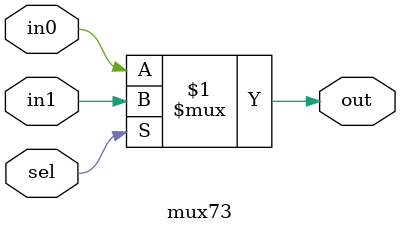
<source format=v>
module mux73(input in0, in1, sel,
                     output out);

    assign out = sel ? in1 : in0;

endmodule

</source>
